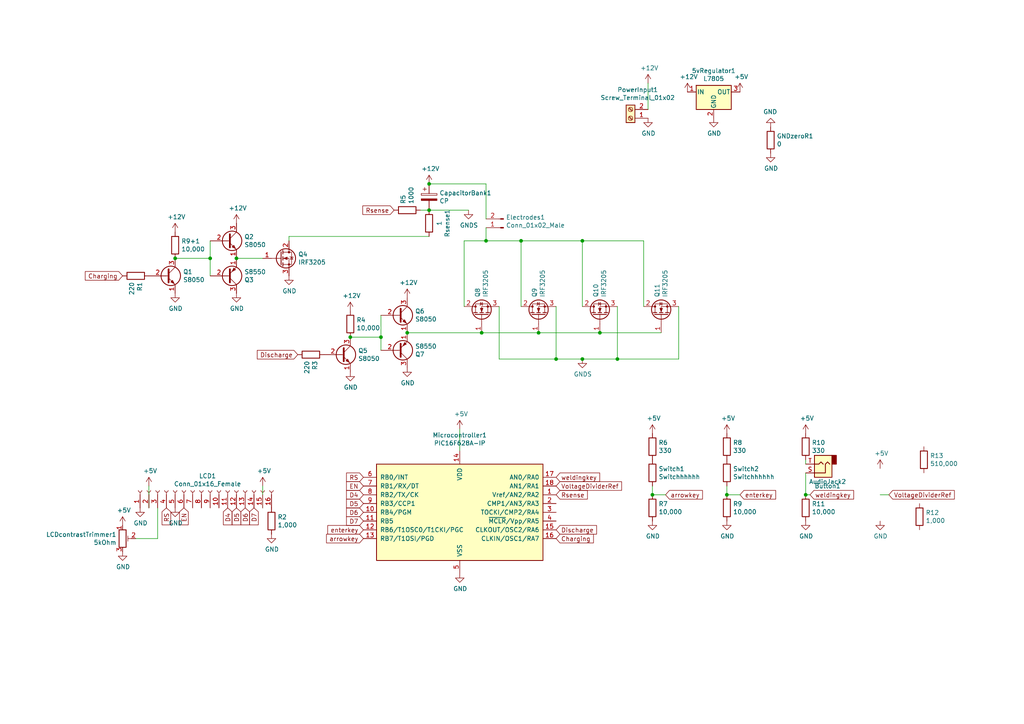
<source format=kicad_sch>
(kicad_sch (version 20230121) (generator eeschema)
  (paper "A4")
  (lib_symbols
    (symbol "Connector:Screw_Terminal_01x02" (pin_names (offset 1.016) hide)
      (property "Reference" "J" (at 0 2.54 0))
      (property "Value" "Screw_Terminal_01x02" (at 0 -5.08 0))
      (symbol "Screw_Terminal_01x02_1_1"
        (rectangle (start -1.27 1.27) (end 1.27 -3.81) (stroke (width 0.254)) (fill (type background)))
        (circle (center 0 -2.54) (radius 0.635) (stroke (width 0.1524)))
        (polyline (pts (xy -0.5334 -2.2098) (xy 0.3302 -3.048)) (stroke (width 0.1524)))
        (polyline (pts (xy -0.5334 0.3302) (xy 0.3302 -0.508)) (stroke (width 0.1524)))
        (polyline (pts (xy -0.3556 -2.032) (xy 0.508 -2.8702)) (stroke (width 0.1524)))
        (polyline (pts (xy -0.3556 0.508) (xy 0.508 -0.3302)) (stroke (width 0.1524)))
        (circle (center 0 0) (radius 0.635) (stroke (width 0.1524)))
        (pin passive line (at -5.08 0 0) (length 3.81) (name "Pin_1") (number "1"))
        (pin passive line (at -5.08 -2.54 0) (length 3.81) (name "Pin_2") (number "2"))
      )
    )
    (symbol "Device:R" (pin_numbers hide) (pin_names (offset 0))
      (property "Reference" "R" (at 2.032 0 90))
      (property "Value" "R" (at 0 0 90))
      (symbol "R_0_1"
        (rectangle (start -1.016 -2.54) (end 1.016 2.54) (stroke (width 0.254)))
      )
      (symbol "R_1_1"
        (pin passive line (at 0 3.81 270) (length 1.27) (name "~") (number "1"))
        (pin passive line (at 0 -3.81 90) (length 1.27) (name "~") (number "2"))
      )
    )
    (symbol "MCU_Microchip_PIC16:PIC16F628A-IP" (pin_names (offset 1.016))
      (property "Reference" "U" (at -24.13 17.78 0))
      (property "Value" "PIC16F628A-IP" (at -24.13 15.24 0))
      (symbol "PIC16F628A-IP_0_1"
        (rectangle (start 24.13 13.97) (end -24.13 -13.97) (stroke (width 0.254)) (fill (type background)))
      )
      (symbol "PIC16F628A-IP_1_1"
        (pin bidirectional line (at 27.94 5.08 180) (length 3.81) (name "Vref/AN2/RA2") (number "1"))
        (pin bidirectional line (at -27.94 0 0) (length 3.81) (name "RB4/PGM") (number "10"))
        (pin bidirectional line (at -27.94 -2.54 0) (length 3.81) (name "RB5") (number "11"))
        (pin bidirectional line (at -27.94 -5.08 0) (length 3.81) (name "RB6/T1OSC0/T1CKI/PGC") (number "12"))
        (pin bidirectional line (at -27.94 -7.62 0) (length 3.81) (name "RB7/T1OSI/PGD") (number "13"))
        (pin power_in line (at 0 17.78 270) (length 3.81) (name "VDD") (number "14"))
        (pin bidirectional line (at 27.94 -5.08 180) (length 3.81) (name "CLKOUT/OSC2/RA6") (number "15"))
        (pin bidirectional line (at 27.94 -7.62 180) (length 3.81) (name "CLKIN/OSC1/RA7") (number "16"))
        (pin bidirectional line (at 27.94 10.16 180) (length 3.81) (name "AN0/RA0") (number "17"))
        (pin bidirectional line (at 27.94 7.62 180) (length 3.81) (name "AN1/RA1") (number "18"))
        (pin bidirectional line (at 27.94 2.54 180) (length 3.81) (name "CMP1/AN3/RA3") (number "2"))
        (pin bidirectional line (at 27.94 0 180) (length 3.81) (name "TOCKI/CMP2/RA4") (number "3"))
        (pin input line (at 27.94 -2.54 180) (length 3.81) (name "~{MCLR}/Vpp/RA5") (number "4"))
        (pin power_in line (at 0 -17.78 90) (length 3.81) (name "VSS") (number "5"))
        (pin bidirectional line (at -27.94 10.16 0) (length 3.81) (name "RB0/INT") (number "6"))
        (pin bidirectional line (at -27.94 7.62 0) (length 3.81) (name "RB1/RX/DT") (number "7"))
        (pin bidirectional line (at -27.94 5.08 0) (length 3.81) (name "RB2/TX/CK") (number "8"))
        (pin bidirectional line (at -27.94 2.54 0) (length 3.81) (name "RB3/CCP1") (number "9"))
      )
    )
    (symbol "Regulator_Linear:L7805" (pin_names (offset 0.254))
      (property "Reference" "U" (at -3.81 3.175 0))
      (property "Value" "L7805" (at 0 3.175 0))
      (symbol "L7805_0_1"
        (rectangle (start -5.08 1.905) (end 5.08 -5.08) (stroke (width 0.254)) (fill (type background)))
      )
      (symbol "L7805_1_1"
        (pin power_in line (at -7.62 0 0) (length 2.54) (name "IN") (number "1"))
        (pin power_in line (at 0 -7.62 90) (length 2.54) (name "GND") (number "2"))
        (pin power_out line (at 7.62 0 180) (length 2.54) (name "OUT") (number "3"))
      )
    )
    (symbol "Transistor_BJT:S8050" (pin_names (offset 0) hide)
      (property "Reference" "Q" (at 5.08 1.905 0))
      (property "Value" "S8050" (at 5.08 0 0))
      (symbol "S8050_0_1"
        (polyline (pts (xy 0 0) (xy 0.635 0)))
        (polyline (pts (xy 0.635 0.635) (xy 2.54 2.54)))
        (polyline (pts (xy 0.635 -0.635) (xy 2.54 -2.54) (xy 2.54 -2.54)))
        (polyline (pts (xy 0.635 1.905) (xy 0.635 -1.905) (xy 0.635 -1.905)) (stroke (width 0.508)))
        (polyline (pts (xy 1.27 -1.778) (xy 1.778 -1.27) (xy 2.286 -2.286) (xy 1.27 -1.778) (xy 1.27 -1.778)) (fill (type outline)))
        (circle (center 1.27 0) (radius 2.8194) (stroke (width 0.254)))
      )
      (symbol "S8050_1_1"
        (pin passive line (at 2.54 -5.08 90) (length 2.54) (name "E") (number "1"))
        (pin input line (at -5.08 0 0) (length 5.08) (name "B") (number "2"))
        (pin passive line (at 2.54 5.08 270) (length 2.54) (name "C") (number "3"))
      )
    )
    (symbol "Transistor_BJT:S8550" (pin_names (offset 0) hide)
      (property "Reference" "Q" (at 5.08 1.905 0))
      (property "Value" "S8550" (at 5.08 0 0))
      (symbol "S8550_0_1"
        (polyline (pts (xy 0 0) (xy 0.635 0)))
        (polyline (pts (xy 2.54 -2.54) (xy 0.635 -0.635)))
        (polyline (pts (xy 2.54 2.54) (xy 0.635 0.635)))
        (polyline (pts (xy 0.635 1.905) (xy 0.635 -1.905) (xy 0.635 -1.905)) (stroke (width 0.508)) (fill (type outline)))
        (polyline (pts (xy 1.778 -2.286) (xy 2.286 -1.778) (xy 1.27 -1.27) (xy 1.778 -2.286) (xy 1.778 -2.286)) (fill (type outline)))
        (circle (center 1.27 0) (radius 2.8194) (stroke (width 0.254)))
      )
      (symbol "S8550_1_1"
        (pin passive line (at 2.54 -5.08 90) (length 2.54) (name "E") (number "1"))
        (pin input line (at -5.08 0 0) (length 5.08) (name "B") (number "2"))
        (pin passive line (at 2.54 5.08 270) (length 2.54) (name "C") (number "3"))
      )
    )
    (symbol "Transistor_FET:IRF3205" (pin_names hide)
      (property "Reference" "Q" (at 6.35 1.905 0))
      (property "Value" "IRF3205" (at 6.35 0 0))
      (symbol "IRF3205_0_1"
        (polyline (pts (xy 0.254 0) (xy -2.54 0)))
        (polyline (pts (xy 0.254 1.905) (xy 0.254 -1.905)) (stroke (width 0.254)))
        (polyline (pts (xy 0.762 -1.27) (xy 0.762 -2.286)) (stroke (width 0.254)))
        (polyline (pts (xy 0.762 0.508) (xy 0.762 -0.508)) (stroke (width 0.254)))
        (polyline (pts (xy 0.762 2.286) (xy 0.762 1.27)) (stroke (width 0.254)))
        (polyline (pts (xy 2.54 2.54) (xy 2.54 1.778)))
        (polyline (pts (xy 2.54 -2.54) (xy 2.54 0) (xy 0.762 0)))
        (polyline (pts (xy 0.762 -1.778) (xy 3.302 -1.778) (xy 3.302 1.778) (xy 0.762 1.778)))
        (polyline (pts (xy 1.016 0) (xy 2.032 0.381) (xy 2.032 -0.381) (xy 1.016 0)) (fill (type outline)))
        (polyline (pts (xy 2.794 0.508) (xy 2.921 0.381) (xy 3.683 0.381) (xy 3.81 0.254)))
        (polyline (pts (xy 3.302 0.381) (xy 2.921 -0.254) (xy 3.683 -0.254) (xy 3.302 0.381)))
        (circle (center 1.651 0) (radius 2.794) (stroke (width 0.254)))
        (circle (center 2.54 -1.778) (radius 0.254) (fill (type outline)))
        (circle (center 2.54 1.778) (radius 0.254) (fill (type outline)))
      )
      (symbol "IRF3205_1_1"
        (pin input line (at -5.08 0 0) (length 2.54) (name "G") (number "1"))
        (pin passive line (at 2.54 5.08 270) (length 2.54) (name "D") (number "2"))
        (pin passive line (at 2.54 -5.08 90) (length 2.54) (name "S") (number "3"))
      )
    )
    (symbol "circuit-rescue:AudioJack2-Connector"
      (property "Reference" "J" (at 0 8.89 0))
      (property "Value" "Connector_AudioJack2" (at 0 6.35 0))
      (symbol "AudioJack2-Connector_0_1"
        (rectangle (start -3.81 0) (end -2.54 -2.54) (stroke (width 0.254)) (fill (type outline)))
        (rectangle (start -2.54 3.81) (end 2.54 -2.54) (stroke (width 0.254)) (fill (type background)))
        (polyline (pts (xy 0 0) (xy 0.635 -0.635) (xy 1.27 0) (xy 2.54 0)) (stroke (width 0.254)))
        (polyline (pts (xy 2.54 2.54) (xy -0.635 2.54) (xy -0.635 0) (xy -1.27 -0.635) (xy -1.905 0)) (stroke (width 0.254)))
      )
      (symbol "AudioJack2-Connector_1_1"
        (pin passive line (at 5.08 2.54 180) (length 2.54) (name "~") (number "S"))
        (pin passive line (at 5.08 0 180) (length 2.54) (name "~") (number "T"))
      )
    )
    (symbol "circuit-rescue:CP-Device" (pin_numbers hide) (pin_names (offset 0.254))
      (property "Reference" "C" (at 0.635 2.54 0))
      (property "Value" "Device_CP" (at 0.635 -2.54 0))
      (symbol "CP-Device_0_1"
        (rectangle (start -2.286 0.508) (end 2.286 1.016))
        (polyline (pts (xy -1.778 2.286) (xy -0.762 2.286)))
        (polyline (pts (xy -1.27 2.794) (xy -1.27 1.778)))
        (rectangle (start 2.286 -0.508) (end -2.286 -1.016) (fill (type outline)))
      )
      (symbol "CP-Device_1_1"
        (pin passive line (at 0 3.81 270) (length 2.794) (name "~") (number "1"))
        (pin passive line (at 0 -3.81 90) (length 2.794) (name "~") (number "2"))
      )
    )
    (symbol "circuit-rescue:Conn_01x02_Male-Connector" (pin_names (offset 1.016) hide)
      (property "Reference" "J" (at 0 2.54 0))
      (property "Value" "Connector_Conn_01x02_Male" (at 0 -5.08 0))
      (symbol "Conn_01x02_Male-Connector_1_1"
        (polyline (pts (xy 1.27 -2.54) (xy 0.8636 -2.54)) (stroke (width 0.1524)))
        (polyline (pts (xy 1.27 0) (xy 0.8636 0)) (stroke (width 0.1524)))
        (rectangle (start 0.8636 -2.413) (end 0 -2.667) (stroke (width 0.1524)) (fill (type outline)))
        (rectangle (start 0.8636 0.127) (end 0 -0.127) (stroke (width 0.1524)) (fill (type outline)))
        (pin passive line (at 5.08 0 180) (length 3.81) (name "Pin_1") (number "1"))
        (pin passive line (at 5.08 -2.54 180) (length 3.81) (name "Pin_2") (number "2"))
      )
    )
    (symbol "circuit-rescue:Conn_01x16_Female-Connector" (pin_names (offset 1.016) hide)
      (property "Reference" "J" (at 0 20.32 0))
      (property "Value" "Connector_Conn_01x16_Female" (at 0 -22.86 0))
      (symbol "Conn_01x16_Female-Connector_1_1"
        (arc (start 0 -19.812) (mid -0.5058 -20.32) (end 0 -20.828) (stroke (width 0.1524)))
        (arc (start 0 -17.272) (mid -0.5058 -17.78) (end 0 -18.288) (stroke (width 0.1524)))
        (arc (start 0 -14.732) (mid -0.5058 -15.24) (end 0 -15.748) (stroke (width 0.1524)))
        (arc (start 0 -12.192) (mid -0.5058 -12.7) (end 0 -13.208) (stroke (width 0.1524)))
        (arc (start 0 -9.652) (mid -0.5058 -10.16) (end 0 -10.668) (stroke (width 0.1524)))
        (arc (start 0 -7.112) (mid -0.5058 -7.62) (end 0 -8.128) (stroke (width 0.1524)))
        (arc (start 0 -4.572) (mid -0.5058 -5.08) (end 0 -5.588) (stroke (width 0.1524)))
        (arc (start 0 -2.032) (mid -0.5058 -2.54) (end 0 -3.048) (stroke (width 0.1524)))
        (polyline (pts (xy -1.27 -20.32) (xy -0.508 -20.32)) (stroke (width 0.1524)))
        (polyline (pts (xy -1.27 -17.78) (xy -0.508 -17.78)) (stroke (width 0.1524)))
        (polyline (pts (xy -1.27 -15.24) (xy -0.508 -15.24)) (stroke (width 0.1524)))
        (polyline (pts (xy -1.27 -12.7) (xy -0.508 -12.7)) (stroke (width 0.1524)))
        (polyline (pts (xy -1.27 -10.16) (xy -0.508 -10.16)) (stroke (width 0.1524)))
        (polyline (pts (xy -1.27 -7.62) (xy -0.508 -7.62)) (stroke (width 0.1524)))
        (polyline (pts (xy -1.27 -5.08) (xy -0.508 -5.08)) (stroke (width 0.1524)))
        (polyline (pts (xy -1.27 -2.54) (xy -0.508 -2.54)) (stroke (width 0.1524)))
        (polyline (pts (xy -1.27 0) (xy -0.508 0)) (stroke (width 0.1524)))
        (polyline (pts (xy -1.27 2.54) (xy -0.508 2.54)) (stroke (width 0.1524)))
        (polyline (pts (xy -1.27 5.08) (xy -0.508 5.08)) (stroke (width 0.1524)))
        (polyline (pts (xy -1.27 7.62) (xy -0.508 7.62)) (stroke (width 0.1524)))
        (polyline (pts (xy -1.27 10.16) (xy -0.508 10.16)) (stroke (width 0.1524)))
        (polyline (pts (xy -1.27 12.7) (xy -0.508 12.7)) (stroke (width 0.1524)))
        (polyline (pts (xy -1.27 15.24) (xy -0.508 15.24)) (stroke (width 0.1524)))
        (polyline (pts (xy -1.27 17.78) (xy -0.508 17.78)) (stroke (width 0.1524)))
        (arc (start 0 0.508) (mid -0.5058 0) (end 0 -0.508) (stroke (width 0.1524)))
        (arc (start 0 3.048) (mid -0.5058 2.54) (end 0 2.032) (stroke (width 0.1524)))
        (arc (start 0 5.588) (mid -0.5058 5.08) (end 0 4.572) (stroke (width 0.1524)))
        (arc (start 0 8.128) (mid -0.5058 7.62) (end 0 7.112) (stroke (width 0.1524)))
        (arc (start 0 10.668) (mid -0.5058 10.16) (end 0 9.652) (stroke (width 0.1524)))
        (arc (start 0 13.208) (mid -0.5058 12.7) (end 0 12.192) (stroke (width 0.1524)))
        (arc (start 0 15.748) (mid -0.5058 15.24) (end 0 14.732) (stroke (width 0.1524)))
        (arc (start 0 18.288) (mid -0.5058 17.78) (end 0 17.272) (stroke (width 0.1524)))
        (pin passive line (at -5.08 17.78 0) (length 3.81) (name "Pin_1") (number "1"))
        (pin passive line (at -5.08 -5.08 0) (length 3.81) (name "Pin_10") (number "10"))
        (pin passive line (at -5.08 -7.62 0) (length 3.81) (name "Pin_11") (number "11"))
        (pin passive line (at -5.08 -10.16 0) (length 3.81) (name "Pin_12") (number "12"))
        (pin passive line (at -5.08 -12.7 0) (length 3.81) (name "Pin_13") (number "13"))
        (pin passive line (at -5.08 -15.24 0) (length 3.81) (name "Pin_14") (number "14"))
        (pin passive line (at -5.08 -17.78 0) (length 3.81) (name "Pin_15") (number "15"))
        (pin passive line (at -5.08 -20.32 0) (length 3.81) (name "Pin_16") (number "16"))
        (pin passive line (at -5.08 15.24 0) (length 3.81) (name "Pin_2") (number "2"))
        (pin passive line (at -5.08 12.7 0) (length 3.81) (name "Pin_3") (number "3"))
        (pin passive line (at -5.08 10.16 0) (length 3.81) (name "Pin_4") (number "4"))
        (pin passive line (at -5.08 7.62 0) (length 3.81) (name "Pin_5") (number "5"))
        (pin passive line (at -5.08 5.08 0) (length 3.81) (name "Pin_6") (number "6"))
        (pin passive line (at -5.08 2.54 0) (length 3.81) (name "Pin_7") (number "7"))
        (pin passive line (at -5.08 0 0) (length 3.81) (name "Pin_8") (number "8"))
        (pin passive line (at -5.08 -2.54 0) (length 3.81) (name "Pin_9") (number "9"))
      )
    )
    (symbol "circuit-rescue:R_POT_TRIM-Device" (pin_names (offset 1.016) hide)
      (property "Reference" "RV" (at -4.445 0 90))
      (property "Value" "Device_R_POT_TRIM" (at -2.54 0 90))
      (symbol "R_POT_TRIM-Device_0_1"
        (polyline (pts (xy 1.524 0.762) (xy 1.524 -0.762)))
        (polyline (pts (xy 2.54 0) (xy 1.524 0)))
        (rectangle (start 1.016 2.54) (end -1.016 -2.54) (stroke (width 0.254)))
      )
      (symbol "R_POT_TRIM-Device_1_1"
        (pin passive line (at 0 3.81 270) (length 1.27) (name "1") (number "1"))
        (pin passive line (at 3.81 0 180) (length 1.27) (name "2") (number "2"))
        (pin passive line (at 0 -3.81 90) (length 1.27) (name "3") (number "3"))
      )
    )
    (symbol "power:+12V" (power) (pin_names (offset 0))
      (property "Value" "+12V" (at 0 3.556 0))
      (symbol "+12V_0_1"
        (polyline (pts (xy -0.762 1.27) (xy 0 2.54)))
        (polyline (pts (xy 0 0) (xy 0 2.54)))
        (polyline (pts (xy 0 2.54) (xy 0.762 1.27)))
      )
      (symbol "+12V_1_1"
        (pin power_in line (at 0 0 90) (length 0) hide (name "+12V") (number "1"))
      )
    )
    (symbol "power:+5V" (power) (pin_names (offset 0))
      (property "Value" "+5V" (at 0 3.556 0))
      (symbol "+5V_0_1"
        (polyline (pts (xy -0.762 1.27) (xy 0 2.54)))
        (polyline (pts (xy 0 0) (xy 0 2.54)))
        (polyline (pts (xy 0 2.54) (xy 0.762 1.27)))
      )
      (symbol "+5V_1_1"
        (pin power_in line (at 0 0 90) (length 0) hide (name "+5V") (number "1"))
      )
    )
    (symbol "power:GND" (power) (pin_names (offset 0))
      (property "Value" "GND" (at 0 -3.81 0))
      (symbol "GND_0_1"
        (polyline (pts (xy 0 0) (xy 0 -1.27) (xy 1.27 -1.27) (xy 0 -2.54) (xy -1.27 -1.27) (xy 0 -1.27)))
      )
      (symbol "GND_1_1"
        (pin power_in line (at 0 0 270) (length 0) hide (name "GND") (number "1"))
      )
    )
    (symbol "power:GNDS" (power) (pin_names (offset 0))
      (property "Value" "GNDS" (at 0 -3.81 0))
      (symbol "GNDS_0_1"
        (polyline (pts (xy 0 0) (xy 0 -1.27) (xy 1.27 -1.27) (xy 0 -2.54) (xy -1.27 -1.27) (xy 0 -1.27)))
      )
      (symbol "GNDS_1_1"
        (pin power_in line (at 0 0 270) (length 0) hide (name "GNDS") (number "1"))
      )
    )
  )
  (junction (at 151.13 69.85))
  (junction (at 139.7 96.52))
  (junction (at 233.68 143.51))
  (junction (at 168.91 69.85))
  (junction (at 173.99 96.52))
  (junction (at 168.91 104.14))
  (junction (at 50.8 74.93))
  (junction (at 124.46 60.96))
  (junction (at 101.6 97.79))
  (junction (at 189.23 143.51))
  (junction (at 156.21 96.52))
  (junction (at 60.96 74.93))
  (junction (at 161.29 104.14))
  (junction (at 124.46 53.34))
  (junction (at 140.97 69.85))
  (junction (at 68.58 74.93))
  (junction (at 110.49 97.79))
  (junction (at 210.82 143.51))
  (junction (at 118.11 96.52))
  (junction (at 179.07 104.14))
  (wire (pts (xy 144.78 88.9) (xy 144.78 104.14)))
  (wire (pts (xy 110.49 97.79) (xy 101.6 97.79)))
  (wire (pts (xy 133.35 124.46) (xy 133.35 130.81)))
  (wire (pts (xy 60.96 74.93) (xy 60.96 80.01)))
  (wire (pts (xy 121.92 60.96) (xy 124.46 60.96)))
  (wire (pts (xy 233.68 137.16) (xy 233.68 143.51)))
  (wire (pts (xy 45.72 156.21) (xy 45.72 147.32)))
  (wire (pts (xy 110.49 97.79) (xy 110.49 101.6)))
  (wire (pts (xy 193.04 143.51) (xy 189.23 143.51)))
  (wire (pts (xy 189.23 140.97) (xy 189.23 143.51)))
  (wire (pts (xy 151.13 69.85) (xy 168.91 69.85)))
  (wire (pts (xy 50.8 74.93) (xy 60.96 74.93)))
  (wire (pts (xy 118.11 96.52) (xy 139.7 96.52)))
  (wire (pts (xy 76.2 74.93) (xy 68.58 74.93)))
  (wire (pts (xy 140.97 69.85) (xy 151.13 69.85)))
  (wire (pts (xy 134.62 69.85) (xy 140.97 69.85)))
  (wire (pts (xy 196.85 104.14) (xy 179.07 104.14)))
  (wire (pts (xy 234.95 143.51) (xy 233.68 143.51)))
  (wire (pts (xy 144.78 104.14) (xy 161.29 104.14)))
  (wire (pts (xy 124.46 68.58) (xy 83.82 68.58)))
  (wire (pts (xy 124.46 60.96) (xy 135.89 60.96)))
  (wire (pts (xy 60.96 69.85) (xy 60.96 74.93)))
  (wire (pts (xy 161.29 88.9) (xy 161.29 104.14)))
  (wire (pts (xy 214.63 143.51) (xy 210.82 143.51)))
  (wire (pts (xy 179.07 88.9) (xy 179.07 104.14)))
  (wire (pts (xy 161.29 104.14) (xy 168.91 104.14)))
  (wire (pts (xy 110.49 91.44) (xy 110.49 97.79)))
  (wire (pts (xy 43.18 140.97) (xy 43.18 147.32)))
  (wire (pts (xy 124.46 53.34) (xy 140.97 53.34)))
  (wire (pts (xy 134.62 88.9) (xy 134.62 69.85)))
  (wire (pts (xy 156.21 96.52) (xy 173.99 96.52)))
  (wire (pts (xy 140.97 53.34) (xy 140.97 63.5)))
  (wire (pts (xy 173.99 96.52) (xy 191.77 96.52)))
  (wire (pts (xy 139.7 96.52) (xy 156.21 96.52)))
  (wire (pts (xy 179.07 104.14) (xy 168.91 104.14)))
  (wire (pts (xy 186.69 88.9) (xy 186.69 69.85)))
  (wire (pts (xy 140.97 69.85) (xy 140.97 66.04)))
  (wire (pts (xy 76.2 140.97) (xy 76.2 147.32)))
  (wire (pts (xy 168.91 88.9) (xy 168.91 69.85)))
  (wire (pts (xy 168.91 69.85) (xy 186.69 69.85)))
  (wire (pts (xy 233.68 133.35) (xy 233.68 134.62)))
  (wire (pts (xy 196.85 88.9) (xy 196.85 104.14)))
  (wire (pts (xy 83.82 68.58) (xy 83.82 69.85)))
  (wire (pts (xy 187.96 24.13) (xy 187.96 31.75)))
  (wire (pts (xy 151.13 88.9) (xy 151.13 69.85)))
  (wire (pts (xy 210.82 140.97) (xy 210.82 143.51)))
  (wire (pts (xy 257.81 143.51) (xy 255.27 143.51)))
  (wire (pts (xy 39.37 156.21) (xy 45.72 156.21)))
  (global_label "Discharge" (shape input) (at 86.36 102.87 180) (property "Intersheetrefs" "${INTERSHEET_REFS}" (effects hide)))
  (global_label "weldingkey" (shape input) (at 161.29 138.43 0) (property "Intersheetrefs" "${INTERSHEET_REFS}" (effects hide)))
  (global_label "weldingkey" (shape input) (at 234.95 143.51 0) (property "Intersheetrefs" "${INTERSHEET_REFS}" (effects hide)))
  (global_label "D4" (shape input) (at 66.04 147.32 270) (property "Intersheetrefs" "${INTERSHEET_REFS}" (effects hide)))
  (global_label "RS" (shape input) (at 105.41 138.43 180) (property "Intersheetrefs" "${INTERSHEET_REFS}" (effects hide)))
  (global_label "VoltageDividerRef" (shape input) (at 257.81 143.51 0) (property "Intersheetrefs" "${INTERSHEET_REFS}" (effects hide)))
  (global_label "enterkey" (shape input) (at 105.41 153.67 180) (property "Intersheetrefs" "${INTERSHEET_REFS}" (effects hide)))
  (global_label "Charging" (shape input) (at 35.56 80.01 180) (property "Intersheetrefs" "${INTERSHEET_REFS}" (effects hide)))
  (global_label "EN" (shape input) (at 53.34 147.32 270) (property "Intersheetrefs" "${INTERSHEET_REFS}" (effects hide)))
  (global_label "Discharge" (shape input) (at 161.29 153.67 0) (property "Intersheetrefs" "${INTERSHEET_REFS}" (effects hide)))
  (global_label "enterkey" (shape input) (at 214.63 143.51 0) (property "Intersheetrefs" "${INTERSHEET_REFS}" (effects hide)))
  (global_label "Charging" (shape input) (at 161.29 156.21 0) (property "Intersheetrefs" "${INTERSHEET_REFS}" (effects hide)))
  (global_label "arrowkey" (shape input) (at 193.04 143.51 0) (property "Intersheetrefs" "${INTERSHEET_REFS}" (effects hide)))
  (global_label "D7" (shape input) (at 73.66 147.32 270) (property "Intersheetrefs" "${INTERSHEET_REFS}" (effects hide)))
  (global_label "D7" (shape input) (at 105.41 151.13 180) (property "Intersheetrefs" "${INTERSHEET_REFS}" (effects hide)))
  (global_label "RS" (shape input) (at 48.26 147.32 270) (property "Intersheetrefs" "${INTERSHEET_REFS}" (effects hide)))
  (global_label "D6" (shape input) (at 105.41 148.59 180) (property "Intersheetrefs" "${INTERSHEET_REFS}" (effects hide)))
  (global_label "EN" (shape input) (at 105.41 140.97 180) (property "Intersheetrefs" "${INTERSHEET_REFS}" (effects hide)))
  (global_label "D5" (shape input) (at 68.58 147.32 270) (property "Intersheetrefs" "${INTERSHEET_REFS}" (effects hide)))
  (global_label "D4" (shape input) (at 105.41 143.51 180) (property "Intersheetrefs" "${INTERSHEET_REFS}" (effects hide)))
  (global_label "D5" (shape input) (at 105.41 146.05 180) (property "Intersheetrefs" "${INTERSHEET_REFS}" (effects hide)))
  (global_label "arrowkey" (shape input) (at 105.41 156.21 180) (property "Intersheetrefs" "${INTERSHEET_REFS}" (effects hide)))
  (global_label "Rsense" (shape input) (at 114.3 60.96 180) (property "Intersheetrefs" "${INTERSHEET_REFS}" (effects hide)))
  (global_label "D6" (shape input) (at 71.12 147.32 270) (property "Intersheetrefs" "${INTERSHEET_REFS}" (effects hide)))
  (global_label "Rsense" (shape input) (at 161.29 143.51 0) (property "Intersheetrefs" "${INTERSHEET_REFS}" (effects hide)))
  (global_label "VoltageDividerRef" (shape input) (at 161.29 140.97 0) (property "Intersheetrefs" "${INTERSHEET_REFS}" (effects hide)))
  (symbol (lib_id "power:GND") (at 255.27 151.13 0) (unit 1)
    (property "Reference" "#PWR036" (effects hide))
    (property "Value" "GND" (at 255.397 155.5242 0))
  )
  (symbol (lib_id "Connector:Screw_Terminal_01x02") (at 182.88 34.29 180) (unit 1)
    (property "Reference" "PowerInput1" (at 184.9628 26.035 0))
    (property "Value" "Screw_Terminal_01x02" (at 184.9628 28.3464 0))
    (property "Footprint" "TerminalBlock:TerminalBlock_bornier-2_P5.08mm" (effects hide))
  )
  (symbol (lib_id "power:+5V") (at 35.56 152.4 0) (unit 1)
    (property "Reference" "#PWR01" (effects hide))
    (property "Value" "+5V" (at 35.941 148.0058 0))
  )
  (symbol (lib_id "Transistor_FET:IRF3205") (at 156.21 91.44 90) (unit 1)
    (property "Reference" "Q9" (at 155.0416 86.233 0) (effects (justify left)))
    (property "Value" "IRF3205" (at 157.353 86.233 0) (effects (justify left)))
    (property "Footprint" "Package_TO_SOT_THT:TO-220-3_Vertical" (effects hide))
    (property "Datasheet" "http://www.irf.com/product-info/datasheets/data/irf3205.pdf" (effects hide))
  )
  (symbol (lib_id "power:+12V") (at 68.58 64.77 0) (unit 1)
    (property "Reference" "#PWR08" (effects hide))
    (property "Value" "+12V" (at 68.961 60.3758 0))
  )
  (symbol (lib_id "power:+5V") (at 233.68 125.73 0) (unit 1)
    (property "Reference" "#PWR033" (effects hide))
    (property "Value" "+5V" (at 234.061 121.3358 0))
  )
  (symbol (lib_id "Device:R") (at 223.52 40.64 0) (unit 1)
    (property "Reference" "GNDzeroR1" (at 225.298 39.4716 0) (effects (justify left)))
    (property "Value" "0" (at 225.298 41.783 0) (effects (justify left)))
    (property "Footprint" "Resistor_THT:R_Axial_DIN0207_L6.3mm_D2.5mm_P7.62mm_Horizontal" (effects hide))
  )
  (symbol (lib_id "Transistor_FET:IRF3205") (at 173.99 91.44 90) (unit 1)
    (property "Reference" "Q10" (at 172.8216 86.233 0) (effects (justify left)))
    (property "Value" "IRF3205" (at 175.133 86.233 0) (effects (justify left)))
    (property "Footprint" "Package_TO_SOT_THT:TO-220-3_Vertical" (effects hide))
    (property "Datasheet" "http://www.irf.com/product-info/datasheets/data/irf3205.pdf" (effects hide))
  )
  (symbol (lib_id "Device:R") (at 101.6 93.98 0) (unit 1)
    (property "Reference" "R4" (at 103.378 92.8116 0) (effects (justify left)))
    (property "Value" "10,000" (at 103.378 95.123 0) (effects (justify left)))
    (property "Footprint" "Resistor_THT:R_Axial_DIN0207_L6.3mm_D2.5mm_P7.62mm_Horizontal" (effects hide))
  )
  (symbol (lib_id "Regulator_Linear:L7805") (at 207.01 26.67 0) (unit 1)
    (property "Reference" "5vRegulator1" (at 207.01 20.5232 0))
    (property "Value" "L7805" (at 207.01 22.8346 0))
    (property "Footprint" "Package_TO_SOT_THT:TO-220-3_Vertical" (effects hide))
    (property "Datasheet" "http://www.st.com/content/ccc/resource/technical/document/datasheet/41/4f/b3/b0/12/d4/47/88/CD00000444.pdf/files/CD00000444.pdf/jcr:content/translations/en.CD00000444.pdf" (effects hide))
  )
  (symbol (lib_id "power:+12V") (at 118.11 86.36 0) (unit 1)
    (property "Reference" "#PWR015" (effects hide))
    (property "Value" "+12V" (at 118.491 81.9658 0))
  )
  (symbol (lib_id "Device:R") (at 210.82 129.54 0) (unit 1)
    (property "Reference" "R8" (at 212.598 128.3716 0) (effects (justify left)))
    (property "Value" "330" (at 212.598 130.683 0) (effects (justify left)))
    (property "Footprint" "Resistor_THT:R_Axial_DIN0207_L6.3mm_D2.5mm_P7.62mm_Horizontal" (effects hide))
  )
  (symbol (lib_id "Device:R") (at 50.8 71.12 0) (unit 1)
    (property "Reference" "R9+1" (at 52.578 69.9516 0) (effects (justify left)))
    (property "Value" "10,000" (at 52.578 72.263 0) (effects (justify left)))
    (property "Footprint" "Resistor_THT:R_Axial_DIN0207_L6.3mm_D2.5mm_P7.62mm_Horizontal" (effects hide))
  )
  (symbol (lib_id "power:GND") (at 223.52 36.83 180) (unit 1)
    (property "Reference" "#PWR031" (effects hide))
    (property "Value" "GND" (at 223.393 32.4358 0))
  )
  (symbol (lib_id "power:+5V") (at 43.18 140.97 0) (unit 1)
    (property "Reference" "#PWR04" (effects hide))
    (property "Value" "+5V" (at 43.561 136.5758 0))
  )
  (symbol (lib_id "Device:R") (at 267.97 133.35 0) (unit 1)
    (property "Reference" "R13" (at 269.748 132.1816 0) (effects (justify left)))
    (property "Value" "510,000" (at 269.748 134.493 0) (effects (justify left)))
    (property "Footprint" "Resistor_THT:R_Axial_DIN0207_L6.3mm_D2.5mm_P7.62mm_Horizontal" (effects hide))
  )
  (symbol (lib_id "Device:R") (at 233.68 147.32 0) (unit 1)
    (property "Reference" "R11" (at 235.458 146.1516 0) (effects (justify left)))
    (property "Value" "10,000" (at 235.458 148.463 0) (effects (justify left)))
    (property "Footprint" "Resistor_THT:R_Axial_DIN0207_L6.3mm_D2.5mm_P7.62mm_Horizontal" (effects hide))
  )
  (symbol (lib_id "Transistor_BJT:S8050") (at 66.04 69.85 0) (unit 1)
    (property "Reference" "Q2" (at 70.866 68.6816 0) (effects (justify left)))
    (property "Value" "S8050" (at 70.866 70.993 0) (effects (justify left)))
    (property "Footprint" "Package_TO_SOT_THT:TO-92_Inline" (effects hide))
    (property "Datasheet" "http://www.unisonic.com.tw/datasheet/S8050.pdf" (effects hide))
  )
  (symbol (lib_id "power:+5V") (at 76.2 140.97 0) (unit 1)
    (property "Reference" "#PWR010" (effects hide))
    (property "Value" "+5V" (at 76.581 136.5758 0))
  )
  (symbol (lib_id "power:GND") (at 35.56 160.02 0) (unit 1)
    (property "Reference" "#PWR02" (effects hide))
    (property "Value" "GND" (at 35.687 164.4142 0))
  )
  (symbol (lib_id "Device:R") (at 210.82 137.16 0) (unit 1)
    (property "Reference" "Switch2" (at 212.598 135.9916 0) (effects (justify left)))
    (property "Value" "Switchhhhhh" (at 212.598 138.303 0) (effects (justify left)))
    (property "Footprint" "Resistor_THT:R_Axial_DIN0204_L3.6mm_D1.6mm_P5.08mm_Vertical" (effects hide))
  )
  (symbol (lib_id "Device:R") (at 266.7 149.86 0) (unit 1)
    (property "Reference" "R12" (at 268.478 148.6916 0) (effects (justify left)))
    (property "Value" "1,000" (at 268.478 151.003 0) (effects (justify left)))
    (property "Footprint" "Resistor_THT:R_Axial_DIN0207_L6.3mm_D2.5mm_P7.62mm_Horizontal" (effects hide))
  )
  (symbol (lib_id "Device:R") (at 39.37 80.01 270) (unit 1)
    (property "Reference" "R1" (at 40.5384 81.788 0) (effects (justify left)))
    (property "Value" "220" (at 38.227 81.788 0) (effects (justify left)))
    (property "Footprint" "Resistor_THT:R_Axial_DIN0207_L6.3mm_D2.5mm_P7.62mm_Horizontal" (effects hide))
  )
  (symbol (lib_id "power:+5V") (at 255.27 135.89 0) (unit 1)
    (property "Reference" "#PWR035" (effects hide))
    (property "Value" "+5V" (at 255.651 131.4958 0))
  )
  (symbol (lib_id "Device:R") (at 189.23 147.32 0) (unit 1)
    (property "Reference" "R7" (at 191.008 146.1516 0) (effects (justify left)))
    (property "Value" "10,000" (at 191.008 148.463 0) (effects (justify left)))
    (property "Footprint" "Resistor_THT:R_Axial_DIN0207_L6.3mm_D2.5mm_P7.62mm_Horizontal" (effects hide))
  )
  (symbol (lib_id "power:GND") (at 101.6 107.95 0) (unit 1)
    (property "Reference" "#PWR014" (effects hide))
    (property "Value" "GND" (at 101.727 112.3442 0))
  )
  (symbol (lib_id "Transistor_BJT:S8050") (at 99.06 102.87 0) (unit 1)
    (property "Reference" "Q5" (at 103.886 101.7016 0) (effects (justify left)))
    (property "Value" "S8050" (at 103.886 104.013 0) (effects (justify left)))
    (property "Footprint" "Package_TO_SOT_THT:TO-92_Inline" (effects hide))
    (property "Datasheet" "http://www.unisonic.com.tw/datasheet/S8050.pdf" (effects hide))
  )
  (symbol (lib_id "circuit-rescue:R_POT_TRIM-Device") (at 35.56 156.21 0) (unit 1)
    (property "Reference" "LCDcontrastTrimmer1" (at 33.782 155.0416 0) (effects (justify right)))
    (property "Value" "5kOhm" (at 33.782 157.353 0) (effects (justify right)))
    (property "Footprint" "trimmer:trimmerEVND8A" (effects hide))
  )
  (symbol (lib_id "Transistor_BJT:S8050") (at 115.57 91.44 0) (unit 1)
    (property "Reference" "Q6" (at 120.396 90.2716 0) (effects (justify left)))
    (property "Value" "S8050" (at 120.396 92.583 0) (effects (justify left)))
    (property "Footprint" "Package_TO_SOT_THT:TO-92_Inline" (effects hide))
    (property "Datasheet" "http://www.unisonic.com.tw/datasheet/S8050.pdf" (effects hide))
  )
  (symbol (lib_id "power:GND") (at 83.82 80.01 0) (unit 1)
    (property "Reference" "#PWR012" (effects hide))
    (property "Value" "GND" (at 83.947 84.4042 0))
  )
  (symbol (lib_id "power:GND") (at 50.8 147.32 0) (unit 1)
    (property "Reference" "#PWR07" (effects hide))
    (property "Value" "GND" (at 50.927 151.7142 0))
  )
  (symbol (lib_id "Device:R") (at 118.11 60.96 90) (unit 1)
    (property "Reference" "R5" (at 116.9416 59.182 0) (effects (justify left)))
    (property "Value" "1000" (at 119.253 59.182 0) (effects (justify left)))
    (property "Footprint" "Resistor_THT:R_Axial_DIN0207_L6.3mm_D2.5mm_P7.62mm_Horizontal" (effects hide))
  )
  (symbol (lib_id "power:GND") (at 40.64 147.32 0) (unit 1)
    (property "Reference" "#PWR03" (effects hide))
    (property "Value" "GND" (at 40.767 151.7142 0))
  )
  (symbol (lib_id "power:GND") (at 189.23 151.13 0) (unit 1)
    (property "Reference" "#PWR025" (effects hide))
    (property "Value" "GND" (at 189.357 155.5242 0))
  )
  (symbol (lib_id "power:+12V") (at 187.96 24.13 0) (unit 1)
    (property "Reference" "#PWR022" (effects hide))
    (property "Value" "+12V" (at 188.341 19.7358 0))
  )
  (symbol (lib_id "Device:R") (at 189.23 129.54 0) (unit 1)
    (property "Reference" "R6" (at 191.008 128.3716 0) (effects (justify left)))
    (property "Value" "330" (at 191.008 130.683 0) (effects (justify left)))
    (property "Footprint" "Resistor_THT:R_Axial_DIN0207_L6.3mm_D2.5mm_P7.62mm_Horizontal" (effects hide))
  )
  (symbol (lib_id "Device:R") (at 90.17 102.87 270) (unit 1)
    (property "Reference" "R3" (at 91.3384 104.648 0) (effects (justify left)))
    (property "Value" "220" (at 89.027 104.648 0) (effects (justify left)))
    (property "Footprint" "Resistor_THT:R_Axial_DIN0207_L6.3mm_D2.5mm_P7.62mm_Horizontal" (effects hide))
  )
  (symbol (lib_id "circuit-rescue:Conn_01x02_Male-Connector") (at 146.05 66.04 180) (unit 1)
    (property "Reference" "Electrodes1" (at 146.7612 63.0428 0) (effects (justify right)))
    (property "Value" "Conn_01x02_Male" (at 146.7612 65.3542 0) (effects (justify right)))
    (property "Footprint" "TerminalBlock:TerminalBlock_bornier-2_P5.08mm" (effects hide))
  )
  (symbol (lib_id "circuit-rescue:CP-Device") (at 124.46 57.15 0) (unit 1)
    (property "Reference" "CapacitorBank1" (at 127.4572 55.9816 0) (effects (justify left)))
    (property "Value" "CP" (at 127.4572 58.293 0) (effects (justify left)))
    (property "Footprint" "TerminalBlock:TerminalBlock_bornier-2_P5.08mm" (effects hide))
  )
  (symbol (lib_id "Transistor_BJT:S8050") (at 48.26 80.01 0) (unit 1)
    (property "Reference" "Q1" (at 53.086 78.8416 0) (effects (justify left)))
    (property "Value" "S8050" (at 53.086 81.153 0) (effects (justify left)))
    (property "Footprint" "Package_TO_SOT_THT:TO-92_Inline" (effects hide))
    (property "Datasheet" "http://www.unisonic.com.tw/datasheet/S8050.pdf" (effects hide))
  )
  (symbol (lib_id "power:+12V") (at 101.6 90.17 0) (unit 1)
    (property "Reference" "#PWR013" (effects hide))
    (property "Value" "+12V" (at 101.981 85.7758 0))
  )
  (symbol (lib_id "power:+5V") (at 189.23 125.73 0) (unit 1)
    (property "Reference" "#PWR024" (effects hide))
    (property "Value" "+5V" (at 189.611 121.3358 0))
  )
  (symbol (lib_id "power:GND") (at 187.96 34.29 0) (unit 1)
    (property "Reference" "#PWR023" (effects hide))
    (property "Value" "GND" (at 188.087 38.6842 0))
  )
  (symbol (lib_id "Device:R") (at 189.23 137.16 0) (unit 1)
    (property "Reference" "Switch1" (at 191.008 135.9916 0) (effects (justify left)))
    (property "Value" "Switchhhhhh" (at 191.008 138.303 0) (effects (justify left)))
    (property "Footprint" "Resistor_THT:R_Axial_DIN0204_L3.6mm_D1.6mm_P5.08mm_Vertical" (effects hide))
  )
  (symbol (lib_id "circuit-rescue:AudioJack2-Connector") (at 238.76 134.62 180) (unit 1)
    (property "Reference" "Button1" (at 240.03 140.97 0))
    (property "Value" "AudioJack2" (at 240.03 139.7 0))
    (property "Footprint" "Connector_Audio:Jack_3.5mm_CUI_SJ-3523-SMT_Horizontal" (effects hide))
  )
  (symbol (lib_id "Device:R") (at 124.46 64.77 180) (unit 1)
    (property "Reference" "Rsense1" (at 129.7178 64.77 90))
    (property "Value" "1" (at 127.4064 64.77 90))
    (property "Footprint" "Resistor_THT:R_Axial_Power_L25.0mm_W9.0mm_P27.94mm" (effects hide))
  )
  (symbol (lib_id "Device:R") (at 78.74 151.13 0) (unit 1)
    (property "Reference" "R2" (at 80.518 149.9616 0) (effects (justify left)))
    (property "Value" "1,000" (at 80.518 152.273 0) (effects (justify left)))
    (property "Footprint" "Resistor_THT:R_Axial_DIN0207_L6.3mm_D2.5mm_P7.62mm_Horizontal" (effects hide))
  )
  (symbol (lib_id "Device:R") (at 210.82 147.32 0) (unit 1)
    (property "Reference" "R9" (at 212.598 146.1516 0) (effects (justify left)))
    (property "Value" "10,000" (at 212.598 148.463 0) (effects (justify left)))
    (property "Footprint" "Resistor_THT:R_Axial_DIN0207_L6.3mm_D2.5mm_P7.62mm_Horizontal" (effects hide))
  )
  (symbol (lib_id "power:+12V") (at 50.8 67.31 0) (unit 1)
    (property "Reference" "#PWR05" (effects hide))
    (property "Value" "+12V" (at 51.181 62.9158 0))
  )
  (symbol (lib_id "power:GND") (at 207.01 34.29 0) (unit 1)
    (property "Reference" "#PWR027" (effects hide))
    (property "Value" "GND" (at 207.137 38.6842 0))
  )
  (symbol (lib_id "Transistor_BJT:S8550") (at 66.04 80.01 0) (mirror x) (unit 1)
    (property "Reference" "Q3" (at 70.866 81.1784 0) (effects (justify left)))
    (property "Value" "S8550" (at 70.866 78.867 0) (effects (justify left)))
    (property "Footprint" "Package_TO_SOT_THT:TO-92_Inline" (effects hide))
    (property "Datasheet" "http://www.unisonic.com.tw/datasheet/S8550.pdf" (effects hide))
  )
  (symbol (lib_id "power:+12V") (at 199.39 26.67 0) (unit 1)
    (property "Reference" "#PWR026" (effects hide))
    (property "Value" "+12V" (at 199.771 22.2758 0))
  )
  (symbol (lib_id "power:GND") (at 133.35 166.37 0) (unit 1)
    (property "Reference" "#PWR019" (effects hide))
    (property "Value" "GND" (at 133.477 170.7642 0))
  )
  (symbol (lib_id "power:GND") (at 50.8 85.09 0) (unit 1)
    (property "Reference" "#PWR06" (effects hide))
    (property "Value" "GND" (at 50.927 89.4842 0))
  )
  (symbol (lib_id "MCU_Microchip_PIC16:PIC16F628A-IP") (at 133.35 148.59 0) (unit 1)
    (property "Reference" "Microcontroller1" (at 133.35 126.2126 0))
    (property "Value" "PIC16F628A-IP" (at 133.35 128.524 0))
    (property "Footprint" "Package_DIP:DIP-18_W7.62mm_LongPads" (effects hide))
    (property "Datasheet" "http://ww1.microchip.com/downloads/en/DeviceDoc/40300c.pdf" (effects hide))
  )
  (symbol (lib_id "power:+12V") (at 124.46 53.34 0) (unit 1)
    (property "Reference" "#PWR017" (effects hide))
    (property "Value" "+12V" (at 124.841 48.9458 0))
  )
  (symbol (lib_id "power:GND") (at 210.82 151.13 0) (unit 1)
    (property "Reference" "#PWR029" (effects hide))
    (property "Value" "GND" (at 210.947 155.5242 0))
  )
  (symbol (lib_id "circuit-rescue:Conn_01x16_Female-Connector") (at 58.42 142.24 90) (unit 1)
    (property "Reference" "LCD1" (at 60.198 138.049 90))
    (property "Value" "Conn_01x16_Female" (at 60.198 140.3604 90))
    (property "Footprint" "Connector_PinSocket_2.54mm:PinSocket_1x16_P2.54mm_Vertical" (effects hide))
  )
  (symbol (lib_id "power:+5V") (at 133.35 124.46 0) (unit 1)
    (property "Reference" "#PWR018" (effects hide))
    (property "Value" "+5V" (at 133.731 120.0658 0))
  )
  (symbol (lib_id "Transistor_BJT:S8550") (at 115.57 101.6 0) (mirror x) (unit 1)
    (property "Reference" "Q7" (at 120.396 102.7684 0) (effects (justify left)))
    (property "Value" "S8550" (at 120.396 100.457 0) (effects (justify left)))
    (property "Footprint" "Package_TO_SOT_THT:TO-92_Inline" (effects hide))
    (property "Datasheet" "http://www.unisonic.com.tw/datasheet/S8550.pdf" (effects hide))
  )
  (symbol (lib_id "power:GND") (at 118.11 106.68 0) (unit 1)
    (property "Reference" "#PWR016" (effects hide))
    (property "Value" "GND" (at 118.237 111.0742 0))
  )
  (symbol (lib_id "power:GND") (at 78.74 154.94 0) (unit 1)
    (property "Reference" "#PWR011" (effects hide))
    (property "Value" "GND" (at 78.867 159.3342 0))
  )
  (symbol (lib_id "Transistor_FET:IRF3205") (at 139.7 91.44 90) (unit 1)
    (property "Reference" "Q8" (at 138.5316 86.233 0) (effects (justify left)))
    (property "Value" "IRF3205" (at 140.843 86.233 0) (effects (justify left)))
    (property "Footprint" "Package_TO_SOT_THT:TO-220-3_Vertical" (effects hide))
    (property "Datasheet" "http://www.irf.com/product-info/datasheets/data/irf3205.pdf" (effects hide))
  )
  (symbol (lib_id "power:+5V") (at 214.63 26.67 0) (unit 1)
    (property "Reference" "#PWR030" (effects hide))
    (property "Value" "+5V" (at 215.011 22.2758 0))
  )
  (symbol (lib_id "power:+5V") (at 210.82 125.73 0) (unit 1)
    (property "Reference" "#PWR028" (effects hide))
    (property "Value" "+5V" (at 211.201 121.3358 0))
  )
  (symbol (lib_id "Transistor_FET:IRF3205") (at 191.77 91.44 90) (unit 1)
    (property "Reference" "Q11" (at 190.6016 86.233 0) (effects (justify left)))
    (property "Value" "IRF3205" (at 192.913 86.233 0) (effects (justify left)))
    (property "Footprint" "Package_TO_SOT_THT:TO-220-3_Vertical" (effects hide))
    (property "Datasheet" "http://www.irf.com/product-info/datasheets/data/irf3205.pdf" (effects hide))
  )
  (symbol (lib_id "power:GND") (at 233.68 151.13 0) (unit 1)
    (property "Reference" "#PWR034" (effects hide))
    (property "Value" "GND" (at 233.807 155.5242 0))
  )
  (symbol (lib_id "Transistor_FET:IRF3205") (at 81.28 74.93 0) (unit 1)
    (property "Reference" "Q4" (at 86.487 73.7616 0) (effects (justify left)))
    (property "Value" "IRF3205" (at 86.487 76.073 0) (effects (justify left)))
    (property "Footprint" "Package_TO_SOT_THT:TO-220-3_Vertical" (effects hide))
    (property "Datasheet" "http://www.irf.com/product-info/datasheets/data/irf3205.pdf" (effects hide))
  )
  (symbol (lib_id "power:GND") (at 223.52 44.45 0) (unit 1)
    (property "Reference" "#PWR032" (effects hide))
    (property "Value" "GND" (at 223.647 48.8442 0))
  )
  (symbol (lib_id "power:GNDS") (at 168.91 104.14 0) (unit 1)
    (property "Reference" "#PWR021" (effects hide))
    (property "Value" "GNDS" (at 169.037 108.5342 0))
  )
  (symbol (lib_id "power:GND") (at 68.58 85.09 0) (unit 1)
    (property "Reference" "#PWR09" (effects hide))
    (property "Value" "GND" (at 68.707 89.4842 0))
  )
  (symbol (lib_id "Device:R") (at 233.68 129.54 0) (unit 1)
    (property "Reference" "R10" (at 235.458 128.3716 0) (effects (justify left)))
    (property "Value" "330" (at 235.458 130.683 0) (effects (justify left)))
    (property "Footprint" "Resistor_THT:R_Axial_DIN0207_L6.3mm_D2.5mm_P7.62mm_Horizontal" (effects hide))
  )
  (symbol (lib_id "power:GNDS") (at 135.89 60.96 0) (unit 1)
    (property "Reference" "#PWR020" (effects hide))
    (property "Value" "GNDS" (at 136.017 65.3542 0))
  )
)
</source>
